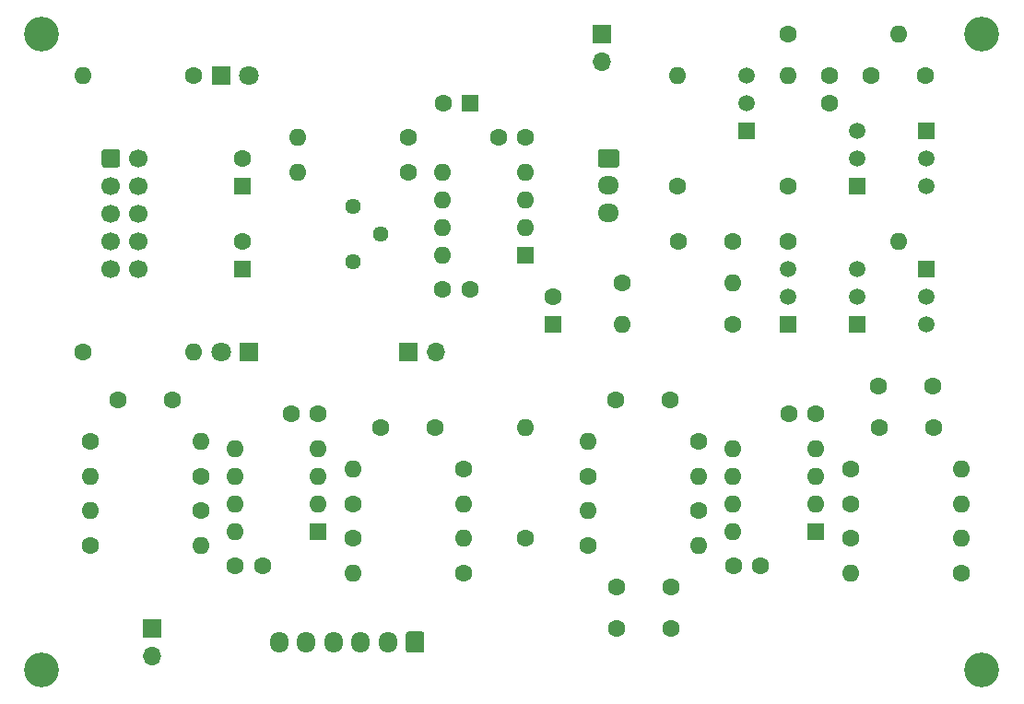
<source format=gts>
G04 #@! TF.GenerationSoftware,KiCad,Pcbnew,(5.1.10)-1*
G04 #@! TF.CreationDate,2022-02-08T11:58:22+09:00*
G04 #@! TF.ProjectId,NOS02_V1.1,4e4f5330-325f-4563-912e-312e6b696361,Ver. 1.1*
G04 #@! TF.SameCoordinates,Original*
G04 #@! TF.FileFunction,Soldermask,Top*
G04 #@! TF.FilePolarity,Negative*
%FSLAX46Y46*%
G04 Gerber Fmt 4.6, Leading zero omitted, Abs format (unit mm)*
G04 Created by KiCad (PCBNEW (5.1.10)-1) date 2022-02-08 11:58:22*
%MOMM*%
%LPD*%
G01*
G04 APERTURE LIST*
%ADD10O,1.700000X1.700000*%
%ADD11R,1.700000X1.700000*%
%ADD12O,1.950000X1.700000*%
%ADD13O,1.600000X1.600000*%
%ADD14C,1.600000*%
%ADD15R,1.500000X1.500000*%
%ADD16C,1.500000*%
%ADD17R,1.600000X1.600000*%
%ADD18C,3.200000*%
%ADD19C,1.440000*%
%ADD20O,1.700000X1.950000*%
%ADD21C,1.700000*%
%ADD22C,1.800000*%
%ADD23R,1.800000X1.800000*%
G04 APERTURE END LIST*
D10*
G04 #@! TO.C,J2*
X136525000Y-91440000D03*
D11*
X133985000Y-91440000D03*
G04 #@! TD*
D10*
G04 #@! TO.C,J5*
X151765000Y-64770000D03*
D11*
X151765000Y-62230000D03*
G04 #@! TD*
D12*
G04 #@! TO.C,SW1*
X152400000Y-78660000D03*
X152400000Y-76160000D03*
G36*
G01*
X151675000Y-72810000D02*
X153125000Y-72810000D01*
G75*
G02*
X153375000Y-73060000I0J-250000D01*
G01*
X153375000Y-74260000D01*
G75*
G02*
X153125000Y-74510000I-250000J0D01*
G01*
X151675000Y-74510000D01*
G75*
G02*
X151425000Y-74260000I0J250000D01*
G01*
X151425000Y-73060000D01*
G75*
G02*
X151675000Y-72810000I250000J0D01*
G01*
G37*
G04 #@! TD*
D13*
G04 #@! TO.C,R27*
X153670000Y-88900000D03*
D14*
X163830000Y-88900000D03*
G04 #@! TD*
D13*
G04 #@! TO.C,R26*
X163830000Y-85090000D03*
D14*
X153670000Y-85090000D03*
G04 #@! TD*
D13*
G04 #@! TO.C,R14*
X179070000Y-81280000D03*
D14*
X168910000Y-81280000D03*
G04 #@! TD*
D13*
G04 #@! TO.C,R12*
X179070000Y-62230000D03*
D14*
X168910000Y-62230000D03*
G04 #@! TD*
D13*
G04 #@! TO.C,R8*
X158750000Y-66040000D03*
D14*
X158750000Y-76200000D03*
G04 #@! TD*
D13*
G04 #@! TO.C,R7*
X168910000Y-66040000D03*
D14*
X168910000Y-76200000D03*
G04 #@! TD*
D15*
G04 #@! TO.C,Q6*
X168910000Y-88900000D03*
D16*
X168910000Y-83820000D03*
X168910000Y-86360000D03*
G04 #@! TD*
D15*
G04 #@! TO.C,Q5*
X181610000Y-83820000D03*
D16*
X181610000Y-88900000D03*
X181610000Y-86360000D03*
G04 #@! TD*
D15*
G04 #@! TO.C,Q4*
X175260000Y-88900000D03*
D16*
X175260000Y-83820000D03*
X175260000Y-86360000D03*
G04 #@! TD*
D15*
G04 #@! TO.C,Q3*
X181610000Y-71120000D03*
D16*
X181610000Y-76200000D03*
X181610000Y-73660000D03*
G04 #@! TD*
D15*
G04 #@! TO.C,Q2*
X175260000Y-76200000D03*
D16*
X175260000Y-71120000D03*
X175260000Y-73660000D03*
G04 #@! TD*
D15*
G04 #@! TO.C,Q1*
X165100000Y-71120000D03*
D16*
X165100000Y-66040000D03*
X165100000Y-68580000D03*
G04 #@! TD*
D14*
G04 #@! TO.C,C20*
X147320000Y-86400000D03*
D17*
X147320000Y-88900000D03*
G04 #@! TD*
D14*
G04 #@! TO.C,C19*
X158830000Y-81280000D03*
X163830000Y-81280000D03*
G04 #@! TD*
G04 #@! TO.C,C18*
X181530000Y-66040000D03*
X176530000Y-66040000D03*
G04 #@! TD*
G04 #@! TO.C,C15*
X137200000Y-68580000D03*
D17*
X139700000Y-68580000D03*
G04 #@! TD*
D14*
G04 #@! TO.C,C14*
X172720000Y-66080000D03*
X172720000Y-68580000D03*
G04 #@! TD*
D13*
G04 #@! TO.C,U3*
X118110000Y-107950000D03*
X125730000Y-100330000D03*
X118110000Y-105410000D03*
X125730000Y-102870000D03*
X118110000Y-102870000D03*
X125730000Y-105410000D03*
X118110000Y-100330000D03*
D17*
X125730000Y-107950000D03*
G04 #@! TD*
D13*
G04 #@! TO.C,U2*
X137160000Y-82550000D03*
X144780000Y-74930000D03*
X137160000Y-80010000D03*
X144780000Y-77470000D03*
X137160000Y-77470000D03*
X144780000Y-80010000D03*
X137160000Y-74930000D03*
D17*
X144780000Y-82550000D03*
G04 #@! TD*
D18*
G04 #@! TO.C,H4*
X186690000Y-120650000D03*
G04 #@! TD*
G04 #@! TO.C,H3*
X186690000Y-62230000D03*
G04 #@! TD*
G04 #@! TO.C,H2*
X100330000Y-120650000D03*
G04 #@! TD*
G04 #@! TO.C,H1*
X100330000Y-62230000D03*
G04 #@! TD*
D14*
G04 #@! TO.C,C6*
X177245000Y-98425000D03*
X182245000Y-98425000D03*
G04 #@! TD*
D13*
G04 #@! TO.C,U1*
X163830000Y-107950000D03*
X171450000Y-100330000D03*
X163830000Y-105410000D03*
X171450000Y-102870000D03*
X163830000Y-102870000D03*
X171450000Y-105410000D03*
X163830000Y-100330000D03*
D17*
X171450000Y-107950000D03*
G04 #@! TD*
D19*
G04 #@! TO.C,RV1*
X128905000Y-83185000D03*
X131445000Y-80645000D03*
X128905000Y-78105000D03*
G04 #@! TD*
D13*
G04 #@! TO.C,R25*
X114935000Y-99695000D03*
D14*
X104775000Y-99695000D03*
G04 #@! TD*
D13*
G04 #@! TO.C,R24*
X114935000Y-109220000D03*
D14*
X104775000Y-109220000D03*
G04 #@! TD*
D13*
G04 #@! TO.C,R23*
X104775000Y-106045000D03*
D14*
X114935000Y-106045000D03*
G04 #@! TD*
D13*
G04 #@! TO.C,R22*
X104775000Y-102870000D03*
D14*
X114935000Y-102870000D03*
G04 #@! TD*
D13*
G04 #@! TO.C,R21*
X104140000Y-66040000D03*
D14*
X114300000Y-66040000D03*
G04 #@! TD*
D13*
G04 #@! TO.C,R20*
X114300000Y-91440000D03*
D14*
X104140000Y-91440000D03*
G04 #@! TD*
D13*
G04 #@! TO.C,R19*
X128905000Y-102235000D03*
D14*
X139065000Y-102235000D03*
G04 #@! TD*
D13*
G04 #@! TO.C,R18*
X128905000Y-111760000D03*
D14*
X139065000Y-111760000D03*
G04 #@! TD*
D13*
G04 #@! TO.C,R17*
X139065000Y-108585000D03*
D14*
X128905000Y-108585000D03*
G04 #@! TD*
D13*
G04 #@! TO.C,R16*
X139065000Y-105410000D03*
D14*
X128905000Y-105410000D03*
G04 #@! TD*
D13*
G04 #@! TO.C,R15*
X123825000Y-71755000D03*
D14*
X133985000Y-71755000D03*
G04 #@! TD*
D13*
G04 #@! TO.C,R13*
X144780000Y-98425000D03*
D14*
X144780000Y-108585000D03*
G04 #@! TD*
D13*
G04 #@! TO.C,R11*
X150495000Y-99695000D03*
D14*
X160655000Y-99695000D03*
G04 #@! TD*
D13*
G04 #@! TO.C,R10*
X160655000Y-109220000D03*
D14*
X150495000Y-109220000D03*
G04 #@! TD*
D13*
G04 #@! TO.C,R9*
X123825000Y-74930000D03*
D14*
X133985000Y-74930000D03*
G04 #@! TD*
D13*
G04 #@! TO.C,R6*
X150495000Y-106045000D03*
D14*
X160655000Y-106045000D03*
G04 #@! TD*
D13*
G04 #@! TO.C,R5*
X160655000Y-102870000D03*
D14*
X150495000Y-102870000D03*
G04 #@! TD*
D13*
G04 #@! TO.C,R4*
X174625000Y-111760000D03*
D14*
X184785000Y-111760000D03*
G04 #@! TD*
D13*
G04 #@! TO.C,R3*
X184785000Y-102235000D03*
D14*
X174625000Y-102235000D03*
G04 #@! TD*
D13*
G04 #@! TO.C,R2*
X184785000Y-108585000D03*
D14*
X174625000Y-108585000D03*
G04 #@! TD*
D13*
G04 #@! TO.C,R1*
X184785000Y-105410000D03*
D14*
X174625000Y-105410000D03*
G04 #@! TD*
D10*
G04 #@! TO.C,J4*
X110490000Y-119380000D03*
D11*
X110490000Y-116840000D03*
G04 #@! TD*
D20*
G04 #@! TO.C,J3*
X122120000Y-118110000D03*
X124620000Y-118110000D03*
X127120000Y-118110000D03*
X129620000Y-118110000D03*
X132120000Y-118110000D03*
G36*
G01*
X135470000Y-117385000D02*
X135470000Y-118835000D01*
G75*
G02*
X135220000Y-119085000I-250000J0D01*
G01*
X134020000Y-119085000D01*
G75*
G02*
X133770000Y-118835000I0J250000D01*
G01*
X133770000Y-117385000D01*
G75*
G02*
X134020000Y-117135000I250000J0D01*
G01*
X135220000Y-117135000D01*
G75*
G02*
X135470000Y-117385000I0J-250000D01*
G01*
G37*
G04 #@! TD*
D21*
G04 #@! TO.C,J1*
X109220000Y-83820000D03*
X109220000Y-81280000D03*
X109220000Y-78740000D03*
X109220000Y-76200000D03*
X109220000Y-73660000D03*
X106680000Y-83820000D03*
X106680000Y-81280000D03*
X106680000Y-78740000D03*
X106680000Y-76200000D03*
G36*
G01*
X105830000Y-74260000D02*
X105830000Y-73060000D01*
G75*
G02*
X106080000Y-72810000I250000J0D01*
G01*
X107280000Y-72810000D01*
G75*
G02*
X107530000Y-73060000I0J-250000D01*
G01*
X107530000Y-74260000D01*
G75*
G02*
X107280000Y-74510000I-250000J0D01*
G01*
X106080000Y-74510000D01*
G75*
G02*
X105830000Y-74260000I0J250000D01*
G01*
G37*
G04 #@! TD*
D22*
G04 #@! TO.C,D2*
X119380000Y-66040000D03*
D23*
X116840000Y-66040000D03*
G04 #@! TD*
D22*
G04 #@! TO.C,D1*
X116840000Y-91440000D03*
D23*
X119380000Y-91440000D03*
G04 #@! TD*
D14*
G04 #@! TO.C,C17*
X112315000Y-95885000D03*
X107315000Y-95885000D03*
G04 #@! TD*
G04 #@! TO.C,C16*
X136445000Y-98425000D03*
X131445000Y-98425000D03*
G04 #@! TD*
G04 #@! TO.C,C13*
X158035000Y-95885000D03*
X153035000Y-95885000D03*
G04 #@! TD*
G04 #@! TO.C,C12*
X153115000Y-113030000D03*
X158115000Y-113030000D03*
G04 #@! TD*
G04 #@! TO.C,C11*
X153115000Y-116840000D03*
X158115000Y-116840000D03*
G04 #@! TD*
G04 #@! TO.C,C10*
X142280000Y-71755000D03*
X144780000Y-71755000D03*
G04 #@! TD*
G04 #@! TO.C,C9*
X123230000Y-97155000D03*
X125730000Y-97155000D03*
G04 #@! TD*
G04 #@! TO.C,C8*
X168950000Y-97155000D03*
X171450000Y-97155000D03*
G04 #@! TD*
G04 #@! TO.C,C7*
X118745000Y-73700000D03*
D17*
X118745000Y-76200000D03*
G04 #@! TD*
D14*
G04 #@! TO.C,C5*
X182165000Y-94615000D03*
X177165000Y-94615000D03*
G04 #@! TD*
G04 #@! TO.C,C4*
X118110000Y-111125000D03*
X120610000Y-111125000D03*
G04 #@! TD*
G04 #@! TO.C,C3*
X137160000Y-85725000D03*
X139660000Y-85725000D03*
G04 #@! TD*
G04 #@! TO.C,C2*
X163870000Y-111125000D03*
X166370000Y-111125000D03*
G04 #@! TD*
G04 #@! TO.C,C1*
X118745000Y-81320000D03*
D17*
X118745000Y-83820000D03*
G04 #@! TD*
M02*

</source>
